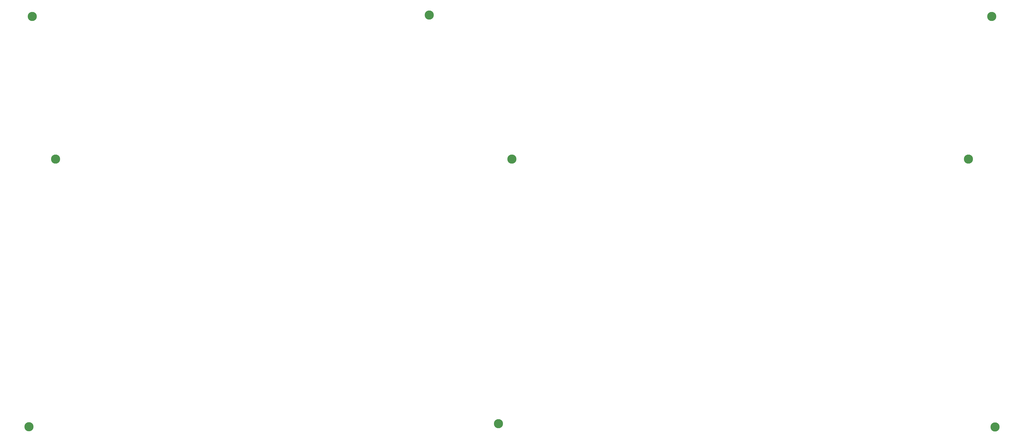
<source format=gts>
G04 #@! TF.GenerationSoftware,KiCad,Pcbnew,(5.1.9)-1*
G04 #@! TF.CreationDate,2021-05-20T18:43:04+01:00*
G04 #@! TF.ProjectId,ENV_KB-Back,454e565f-4b42-42d4-9261-636b2e6b6963,Rev.1*
G04 #@! TF.SameCoordinates,Original*
G04 #@! TF.FileFunction,Soldermask,Top*
G04 #@! TF.FilePolarity,Negative*
%FSLAX46Y46*%
G04 Gerber Fmt 4.6, Leading zero omitted, Abs format (unit mm)*
G04 Created by KiCad (PCBNEW (5.1.9)-1) date 2021-05-20 18:43:04*
%MOMM*%
%LPD*%
G01*
G04 APERTURE LIST*
%ADD10C,3.302000*%
G04 APERTURE END LIST*
D10*
X39700000Y-64660000D03*
X182462500Y-64160000D03*
X376300000Y-116060000D03*
X48100000Y-116060000D03*
X207337500Y-211410000D03*
X385925000Y-212560000D03*
X38525000Y-212510000D03*
X384700000Y-64660000D03*
X212200000Y-116085000D03*
M02*

</source>
